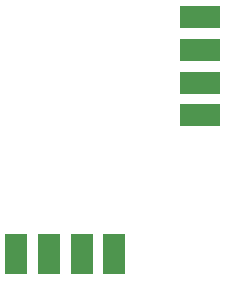
<source format=gbp>
G04 #@! TF.GenerationSoftware,KiCad,Pcbnew,6.0.8-f2edbf62ab~116~ubuntu22.04.1*
G04 #@! TF.CreationDate,2022-10-13T12:47:22+02:00*
G04 #@! TF.ProjectId,Dual USB Controller adapter CPC,4475616c-2055-4534-9220-436f6e74726f,0.2*
G04 #@! TF.SameCoordinates,Original*
G04 #@! TF.FileFunction,Paste,Bot*
G04 #@! TF.FilePolarity,Positive*
%FSLAX46Y46*%
G04 Gerber Fmt 4.6, Leading zero omitted, Abs format (unit mm)*
G04 Created by KiCad (PCBNEW 6.0.8-f2edbf62ab~116~ubuntu22.04.1) date 2022-10-13 12:47:22*
%MOMM*%
%LPD*%
G01*
G04 APERTURE LIST*
%ADD10R,3.480000X1.846667*%
%ADD11R,1.846667X3.480000*%
G04 APERTURE END LIST*
D10*
X197485000Y-77125000D03*
X197485000Y-79895000D03*
X197485000Y-82665000D03*
X197485000Y-85435000D03*
D11*
X181900000Y-97155000D03*
X184670000Y-97155000D03*
X187440000Y-97155000D03*
X190210000Y-97155000D03*
M02*

</source>
